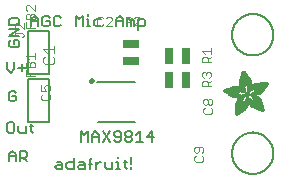
<source format=gbr>
G04 EAGLE Gerber RS-274X export*
G75*
%MOMM*%
%FSLAX34Y34*%
%LPD*%
%INSilkscreen Top*%
%IPPOS*%
%AMOC8*
5,1,8,0,0,1.08239X$1,22.5*%
G01*
%ADD10C,0.127000*%
%ADD11C,0.076200*%
%ADD12R,0.650000X1.400000*%
%ADD13R,1.400000X0.650000*%
%ADD14C,0.203200*%
%ADD15C,0.304800*%
%ADD16C,0.152400*%
%ADD17R,0.006300X0.050800*%
%ADD18R,0.006400X0.082600*%
%ADD19R,0.006300X0.120600*%
%ADD20R,0.006400X0.139700*%
%ADD21R,0.006300X0.158800*%
%ADD22R,0.006400X0.177800*%
%ADD23R,0.006300X0.196800*%
%ADD24R,0.006400X0.215900*%
%ADD25R,0.006300X0.228600*%
%ADD26R,0.006400X0.241300*%
%ADD27R,0.006300X0.254000*%
%ADD28R,0.006400X0.266700*%
%ADD29R,0.006300X0.279400*%
%ADD30R,0.006400X0.285700*%
%ADD31R,0.006300X0.298400*%
%ADD32R,0.006400X0.311200*%
%ADD33R,0.006300X0.317500*%
%ADD34R,0.006400X0.330200*%
%ADD35R,0.006300X0.336600*%
%ADD36R,0.006400X0.349200*%
%ADD37R,0.006300X0.361900*%
%ADD38R,0.006400X0.368300*%
%ADD39R,0.006300X0.381000*%
%ADD40R,0.006400X0.387300*%
%ADD41R,0.006300X0.393700*%
%ADD42R,0.006400X0.406400*%
%ADD43R,0.006300X0.412700*%
%ADD44R,0.006400X0.419100*%
%ADD45R,0.006300X0.431800*%
%ADD46R,0.006400X0.438100*%
%ADD47R,0.006300X0.450800*%
%ADD48R,0.006400X0.457200*%
%ADD49R,0.006300X0.463500*%
%ADD50R,0.006400X0.476200*%
%ADD51R,0.006300X0.482600*%
%ADD52R,0.006400X0.488900*%
%ADD53R,0.006300X0.501600*%
%ADD54R,0.006400X0.508000*%
%ADD55R,0.006300X0.514300*%
%ADD56R,0.006400X0.527000*%
%ADD57R,0.006300X0.533400*%
%ADD58R,0.006400X0.546100*%
%ADD59R,0.006300X0.552400*%
%ADD60R,0.006400X0.558800*%
%ADD61R,0.006300X0.571500*%
%ADD62R,0.006400X0.577800*%
%ADD63R,0.006300X0.584200*%
%ADD64R,0.006400X0.596900*%
%ADD65R,0.006300X0.603200*%
%ADD66R,0.006400X0.609600*%
%ADD67R,0.006300X0.622300*%
%ADD68R,0.006400X0.628600*%
%ADD69R,0.006300X0.641300*%
%ADD70R,0.006400X0.647700*%
%ADD71R,0.006300X0.063500*%
%ADD72R,0.006300X0.654000*%
%ADD73R,0.006400X0.101600*%
%ADD74R,0.006400X0.666700*%
%ADD75R,0.006300X0.139700*%
%ADD76R,0.006300X0.673100*%
%ADD77R,0.006400X0.165100*%
%ADD78R,0.006400X0.679400*%
%ADD79R,0.006300X0.196900*%
%ADD80R,0.006300X0.692100*%
%ADD81R,0.006400X0.222200*%
%ADD82R,0.006400X0.698500*%
%ADD83R,0.006300X0.247700*%
%ADD84R,0.006300X0.704800*%
%ADD85R,0.006400X0.279400*%
%ADD86R,0.006400X0.717500*%
%ADD87R,0.006300X0.298500*%
%ADD88R,0.006300X0.723900*%
%ADD89R,0.006400X0.736600*%
%ADD90R,0.006300X0.342900*%
%ADD91R,0.006300X0.742900*%
%ADD92R,0.006400X0.374700*%
%ADD93R,0.006400X0.749300*%
%ADD94R,0.006300X0.762000*%
%ADD95R,0.006400X0.412700*%
%ADD96R,0.006400X0.768300*%
%ADD97R,0.006300X0.438100*%
%ADD98R,0.006300X0.774700*%
%ADD99R,0.006400X0.463600*%
%ADD100R,0.006400X0.787400*%
%ADD101R,0.006300X0.793700*%
%ADD102R,0.006400X0.495300*%
%ADD103R,0.006400X0.800100*%
%ADD104R,0.006300X0.520700*%
%ADD105R,0.006300X0.812800*%
%ADD106R,0.006400X0.533400*%
%ADD107R,0.006400X0.819100*%
%ADD108R,0.006300X0.558800*%
%ADD109R,0.006300X0.825500*%
%ADD110R,0.006400X0.577900*%
%ADD111R,0.006400X0.831800*%
%ADD112R,0.006300X0.596900*%
%ADD113R,0.006300X0.844500*%
%ADD114R,0.006400X0.616000*%
%ADD115R,0.006400X0.850900*%
%ADD116R,0.006300X0.635000*%
%ADD117R,0.006300X0.857200*%
%ADD118R,0.006400X0.654100*%
%ADD119R,0.006400X0.863600*%
%ADD120R,0.006300X0.666700*%
%ADD121R,0.006300X0.869900*%
%ADD122R,0.006400X0.685800*%
%ADD123R,0.006400X0.876300*%
%ADD124R,0.006300X0.882600*%
%ADD125R,0.006400X0.723900*%
%ADD126R,0.006400X0.889000*%
%ADD127R,0.006300X0.895300*%
%ADD128R,0.006400X0.755700*%
%ADD129R,0.006400X0.901700*%
%ADD130R,0.006300X0.908000*%
%ADD131R,0.006400X0.793800*%
%ADD132R,0.006400X0.914400*%
%ADD133R,0.006300X0.806400*%
%ADD134R,0.006300X0.920700*%
%ADD135R,0.006400X0.825500*%
%ADD136R,0.006400X0.927100*%
%ADD137R,0.006300X0.933400*%
%ADD138R,0.006400X0.857300*%
%ADD139R,0.006400X0.939800*%
%ADD140R,0.006300X0.870000*%
%ADD141R,0.006300X0.939800*%
%ADD142R,0.006400X0.946100*%
%ADD143R,0.006300X0.952500*%
%ADD144R,0.006400X0.908000*%
%ADD145R,0.006400X0.958800*%
%ADD146R,0.006300X0.965200*%
%ADD147R,0.006400X0.965200*%
%ADD148R,0.006300X0.971500*%
%ADD149R,0.006400X0.952500*%
%ADD150R,0.006400X0.977900*%
%ADD151R,0.006300X0.958800*%
%ADD152R,0.006300X0.984200*%
%ADD153R,0.006400X0.971500*%
%ADD154R,0.006400X0.984200*%
%ADD155R,0.006300X0.990600*%
%ADD156R,0.006400X0.984300*%
%ADD157R,0.006400X0.996900*%
%ADD158R,0.006300X0.997000*%
%ADD159R,0.006300X0.996900*%
%ADD160R,0.006400X1.003300*%
%ADD161R,0.006300X1.016000*%
%ADD162R,0.006300X1.009600*%
%ADD163R,0.006400X1.016000*%
%ADD164R,0.006400X1.009600*%
%ADD165R,0.006300X1.022300*%
%ADD166R,0.006400X1.028700*%
%ADD167R,0.006300X1.035100*%
%ADD168R,0.006400X1.047800*%
%ADD169R,0.006300X1.054100*%
%ADD170R,0.006300X1.028700*%
%ADD171R,0.006400X1.054100*%
%ADD172R,0.006400X1.035000*%
%ADD173R,0.006300X1.060400*%
%ADD174R,0.006300X1.035000*%
%ADD175R,0.006400X1.060500*%
%ADD176R,0.006400X1.041400*%
%ADD177R,0.006300X1.066800*%
%ADD178R,0.006300X1.041400*%
%ADD179R,0.006400X1.079500*%
%ADD180R,0.006400X1.047700*%
%ADD181R,0.006300X1.085900*%
%ADD182R,0.006300X1.047700*%
%ADD183R,0.006400X1.085800*%
%ADD184R,0.006300X1.092200*%
%ADD185R,0.006400X1.085900*%
%ADD186R,0.006300X1.098600*%
%ADD187R,0.006400X1.098600*%
%ADD188R,0.006400X1.060400*%
%ADD189R,0.006300X1.104900*%
%ADD190R,0.006400X1.104900*%
%ADD191R,0.006400X1.066800*%
%ADD192R,0.006300X1.111200*%
%ADD193R,0.006400X1.117600*%
%ADD194R,0.006300X1.117600*%
%ADD195R,0.006300X1.073100*%
%ADD196R,0.006400X1.073100*%
%ADD197R,0.006300X1.124000*%
%ADD198R,0.006300X1.079500*%
%ADD199R,0.006400X1.123900*%
%ADD200R,0.006300X1.130300*%
%ADD201R,0.006400X1.130300*%
%ADD202R,0.006400X1.136700*%
%ADD203R,0.006300X1.136700*%
%ADD204R,0.006300X1.085800*%
%ADD205R,0.006400X1.136600*%
%ADD206R,0.006300X1.136600*%
%ADD207R,0.006400X1.143000*%
%ADD208R,0.006300X1.143000*%
%ADD209R,0.006300X1.149400*%
%ADD210R,0.006300X1.149300*%
%ADD211R,0.006400X1.149300*%
%ADD212R,0.006400X1.149400*%
%ADD213R,0.006400X1.155700*%
%ADD214R,0.006300X1.155700*%
%ADD215R,0.006300X1.060500*%
%ADD216R,0.006400X2.197100*%
%ADD217R,0.006300X2.197100*%
%ADD218R,0.006300X2.184400*%
%ADD219R,0.006400X2.184400*%
%ADD220R,0.006400X2.171700*%
%ADD221R,0.006300X2.171700*%
%ADD222R,0.006400X1.530300*%
%ADD223R,0.006300X1.505000*%
%ADD224R,0.006400X1.492300*%
%ADD225R,0.006300X1.485900*%
%ADD226R,0.006300X0.565200*%
%ADD227R,0.006400X1.473200*%
%ADD228R,0.006400X0.565200*%
%ADD229R,0.006300X1.460500*%
%ADD230R,0.006400X1.454100*%
%ADD231R,0.006400X0.552400*%
%ADD232R,0.006300X1.441500*%
%ADD233R,0.006300X0.546100*%
%ADD234R,0.006400X1.435100*%
%ADD235R,0.006400X0.539800*%
%ADD236R,0.006300X1.428800*%
%ADD237R,0.006400X1.422400*%
%ADD238R,0.006300X1.409700*%
%ADD239R,0.006300X0.527100*%
%ADD240R,0.006400X1.403300*%
%ADD241R,0.006400X0.527100*%
%ADD242R,0.006300X1.390700*%
%ADD243R,0.006400X1.384300*%
%ADD244R,0.006400X0.520700*%
%ADD245R,0.006300X1.384300*%
%ADD246R,0.006300X0.514400*%
%ADD247R,0.006400X1.371600*%
%ADD248R,0.006300X1.365200*%
%ADD249R,0.006300X0.508000*%
%ADD250R,0.006400X1.352600*%
%ADD251R,0.006400X0.501700*%
%ADD252R,0.006300X0.711200*%
%ADD253R,0.006300X0.603300*%
%ADD254R,0.006300X0.501700*%
%ADD255R,0.006400X0.692100*%
%ADD256R,0.006400X0.571500*%
%ADD257R,0.006300X0.679400*%
%ADD258R,0.006300X0.495300*%
%ADD259R,0.006400X0.673100*%
%ADD260R,0.006300X0.666800*%
%ADD261R,0.006300X0.488900*%
%ADD262R,0.006400X0.660400*%
%ADD263R,0.006400X0.482600*%
%ADD264R,0.006300X0.476200*%
%ADD265R,0.006400X0.654000*%
%ADD266R,0.006400X0.469900*%
%ADD267R,0.006400X0.476300*%
%ADD268R,0.006300X0.647700*%
%ADD269R,0.006300X0.457200*%
%ADD270R,0.006300X0.469900*%
%ADD271R,0.006400X0.641300*%
%ADD272R,0.006400X0.444500*%
%ADD273R,0.006300X0.463600*%
%ADD274R,0.006400X0.635000*%
%ADD275R,0.006400X0.463500*%
%ADD276R,0.006400X0.393700*%
%ADD277R,0.006400X0.450800*%
%ADD278R,0.006300X0.628600*%
%ADD279R,0.006300X0.387400*%
%ADD280R,0.006300X0.450900*%
%ADD281R,0.006400X0.628700*%
%ADD282R,0.006400X0.374600*%
%ADD283R,0.006300X0.368300*%
%ADD284R,0.006300X0.438200*%
%ADD285R,0.006400X0.622300*%
%ADD286R,0.006400X0.355600*%
%ADD287R,0.006400X0.431800*%
%ADD288R,0.006300X0.349300*%
%ADD289R,0.006300X0.425400*%
%ADD290R,0.006300X0.615900*%
%ADD291R,0.006300X0.330200*%
%ADD292R,0.006300X0.419100*%
%ADD293R,0.006300X0.616000*%
%ADD294R,0.006300X0.311200*%
%ADD295R,0.006300X0.406400*%
%ADD296R,0.006400X0.615900*%
%ADD297R,0.006400X0.304800*%
%ADD298R,0.006400X0.158800*%
%ADD299R,0.006300X0.609600*%
%ADD300R,0.006300X0.292100*%
%ADD301R,0.006300X0.235000*%
%ADD302R,0.006400X0.387400*%
%ADD303R,0.006400X0.292100*%
%ADD304R,0.006300X0.336500*%
%ADD305R,0.006300X0.260400*%
%ADD306R,0.006400X0.603300*%
%ADD307R,0.006400X0.260400*%
%ADD308R,0.006400X0.362000*%
%ADD309R,0.006400X0.450900*%
%ADD310R,0.006300X0.355600*%
%ADD311R,0.006400X0.342900*%
%ADD312R,0.006400X0.514300*%
%ADD313R,0.006300X0.234900*%
%ADD314R,0.006300X0.539700*%
%ADD315R,0.006400X0.603200*%
%ADD316R,0.006400X0.234900*%
%ADD317R,0.006400X0.920700*%
%ADD318R,0.006400X0.958900*%
%ADD319R,0.006300X0.215900*%
%ADD320R,0.006400X0.209600*%
%ADD321R,0.006300X0.203200*%
%ADD322R,0.006300X1.003300*%
%ADD323R,0.006400X0.203200*%
%ADD324R,0.006400X0.196900*%
%ADD325R,0.006300X0.190500*%
%ADD326R,0.006400X0.190500*%
%ADD327R,0.006300X0.184200*%
%ADD328R,0.006400X0.590500*%
%ADD329R,0.006400X0.184200*%
%ADD330R,0.006300X0.590500*%
%ADD331R,0.006300X0.177800*%
%ADD332R,0.006400X0.584200*%
%ADD333R,0.006400X1.168400*%
%ADD334R,0.006300X0.171500*%
%ADD335R,0.006300X1.187500*%
%ADD336R,0.006400X1.200100*%
%ADD337R,0.006300X0.577800*%
%ADD338R,0.006300X1.212900*%
%ADD339R,0.006400X1.231900*%
%ADD340R,0.006300X1.250900*%
%ADD341R,0.006400X0.565100*%
%ADD342R,0.006400X0.184100*%
%ADD343R,0.006400X1.263700*%
%ADD344R,0.006300X0.565100*%
%ADD345R,0.006300X1.289100*%
%ADD346R,0.006400X1.314400*%
%ADD347R,0.006300X0.552500*%
%ADD348R,0.006300X1.568500*%
%ADD349R,0.006400X0.552500*%
%ADD350R,0.006400X1.581200*%
%ADD351R,0.006300X1.593800*%
%ADD352R,0.006400X1.606500*%
%ADD353R,0.006300X1.619300*%
%ADD354R,0.006400X0.514400*%
%ADD355R,0.006400X1.638300*%
%ADD356R,0.006300X1.657300*%
%ADD357R,0.006400X2.209800*%
%ADD358R,0.006300X2.425700*%
%ADD359R,0.006400X2.470100*%
%ADD360R,0.006300X2.501900*%
%ADD361R,0.006400X2.533700*%
%ADD362R,0.006300X2.559000*%
%ADD363R,0.006400X2.584500*%
%ADD364R,0.006300X2.609900*%
%ADD365R,0.006400X2.628900*%
%ADD366R,0.006300X2.660600*%
%ADD367R,0.006400X2.673400*%
%ADD368R,0.006300X1.422400*%
%ADD369R,0.006300X1.200200*%
%ADD370R,0.006300X1.365300*%
%ADD371R,0.006400X1.365300*%
%ADD372R,0.006300X1.352500*%
%ADD373R,0.006300X1.098500*%
%ADD374R,0.006400X1.358900*%
%ADD375R,0.006300X1.352600*%
%ADD376R,0.006300X1.358900*%
%ADD377R,0.006300X1.371600*%
%ADD378R,0.006400X1.377900*%
%ADD379R,0.006400X1.397000*%
%ADD380R,0.006300X1.403300*%
%ADD381R,0.006300X0.914400*%
%ADD382R,0.006300X0.876300*%
%ADD383R,0.006300X0.374600*%
%ADD384R,0.006400X1.073200*%
%ADD385R,0.006300X0.374700*%
%ADD386R,0.006400X0.844600*%
%ADD387R,0.006300X0.844600*%
%ADD388R,0.006400X0.831900*%
%ADD389R,0.006400X1.092200*%
%ADD390R,0.006300X0.400000*%
%ADD391R,0.006400X0.819200*%
%ADD392R,0.006400X1.111300*%
%ADD393R,0.006400X0.812800*%
%ADD394R,0.006300X0.800100*%
%ADD395R,0.006300X0.476300*%
%ADD396R,0.006300X1.181100*%
%ADD397R,0.006400X0.501600*%
%ADD398R,0.006400X1.193800*%
%ADD399R,0.006400X0.781000*%
%ADD400R,0.006400X1.238200*%
%ADD401R,0.006300X0.781100*%
%ADD402R,0.006300X1.257300*%
%ADD403R,0.006400X1.295400*%
%ADD404R,0.006300X1.333500*%
%ADD405R,0.006400X0.774700*%
%ADD406R,0.006400X1.866900*%
%ADD407R,0.006300X0.209600*%
%ADD408R,0.006300X1.866900*%
%ADD409R,0.006400X0.768400*%
%ADD410R,0.006400X0.209500*%
%ADD411R,0.006400X1.860600*%
%ADD412R,0.006400X0.762000*%
%ADD413R,0.006300X0.768400*%
%ADD414R,0.006300X1.860600*%
%ADD415R,0.006400X1.860500*%
%ADD416R,0.006300X0.222300*%
%ADD417R,0.006300X1.854200*%
%ADD418R,0.006400X0.235000*%
%ADD419R,0.006400X1.854200*%
%ADD420R,0.006300X0.768300*%
%ADD421R,0.006400X0.260300*%
%ADD422R,0.006400X1.847800*%
%ADD423R,0.006300X0.266700*%
%ADD424R,0.006300X1.847800*%
%ADD425R,0.006400X0.273100*%
%ADD426R,0.006400X1.841500*%
%ADD427R,0.006300X0.285800*%
%ADD428R,0.006300X1.841500*%
%ADD429R,0.006400X0.298500*%
%ADD430R,0.006400X1.835100*%
%ADD431R,0.006300X0.781000*%
%ADD432R,0.006300X0.304800*%
%ADD433R,0.006300X1.835100*%
%ADD434R,0.006400X0.317500*%
%ADD435R,0.006400X1.828800*%
%ADD436R,0.006300X0.787400*%
%ADD437R,0.006300X0.323800*%
%ADD438R,0.006300X1.828800*%
%ADD439R,0.006400X0.793700*%
%ADD440R,0.006400X1.822400*%
%ADD441R,0.006300X0.806500*%
%ADD442R,0.006300X1.822400*%
%ADD443R,0.006400X1.816100*%
%ADD444R,0.006300X0.819100*%
%ADD445R,0.006300X0.387300*%
%ADD446R,0.006300X1.816100*%
%ADD447R,0.006400X1.809800*%
%ADD448R,0.006300X1.803400*%
%ADD449R,0.006400X1.797000*%
%ADD450R,0.006300X0.901700*%
%ADD451R,0.006300X1.797000*%
%ADD452R,0.006400X1.441400*%
%ADD453R,0.006400X1.790700*%
%ADD454R,0.006300X1.447800*%
%ADD455R,0.006300X1.784300*%
%ADD456R,0.006400X1.447800*%
%ADD457R,0.006400X1.784300*%
%ADD458R,0.006300X1.454100*%
%ADD459R,0.006300X1.771700*%
%ADD460R,0.006400X1.460500*%
%ADD461R,0.006400X1.759000*%
%ADD462R,0.006300X1.466800*%
%ADD463R,0.006300X1.752600*%
%ADD464R,0.006400X1.466800*%
%ADD465R,0.006400X1.739900*%
%ADD466R,0.006300X1.473200*%
%ADD467R,0.006300X1.727200*%
%ADD468R,0.006400X1.479500*%
%ADD469R,0.006400X1.714500*%
%ADD470R,0.006300X1.695400*%
%ADD471R,0.006400X1.485900*%
%ADD472R,0.006400X1.682700*%
%ADD473R,0.006300X1.492200*%
%ADD474R,0.006300X1.663700*%
%ADD475R,0.006400X1.498600*%
%ADD476R,0.006400X1.644600*%
%ADD477R,0.006300X1.498600*%
%ADD478R,0.006300X1.619200*%
%ADD479R,0.006400X1.511300*%
%ADD480R,0.006400X1.600200*%
%ADD481R,0.006300X1.517700*%
%ADD482R,0.006300X1.574800*%
%ADD483R,0.006400X1.524000*%
%ADD484R,0.006400X1.555800*%
%ADD485R,0.006300X1.524000*%
%ADD486R,0.006300X1.536700*%
%ADD487R,0.006400X1.530400*%
%ADD488R,0.006400X1.517700*%
%ADD489R,0.006300X1.492300*%
%ADD490R,0.006400X1.549400*%
%ADD491R,0.006400X1.479600*%
%ADD492R,0.006300X1.549400*%
%ADD493R,0.006400X1.555700*%
%ADD494R,0.006300X1.562100*%
%ADD495R,0.006300X0.323900*%
%ADD496R,0.006400X1.568400*%
%ADD497R,0.006400X0.336600*%
%ADD498R,0.006300X1.587500*%
%ADD499R,0.006300X0.971600*%
%ADD500R,0.006400X0.349300*%
%ADD501R,0.006300X1.600200*%
%ADD502R,0.006300X0.920800*%
%ADD503R,0.006400X0.882700*%
%ADD504R,0.006300X1.612900*%
%ADD505R,0.006300X0.362000*%
%ADD506R,0.006400X1.625600*%
%ADD507R,0.006300X1.625600*%
%ADD508R,0.006300X1.644600*%
%ADD509R,0.006300X0.736600*%
%ADD510R,0.006400X0.717600*%
%ADD511R,0.006300X1.657400*%
%ADD512R,0.006300X0.679500*%
%ADD513R,0.006400X1.663700*%
%ADD514R,0.006400X0.400000*%
%ADD515R,0.006300X1.676400*%
%ADD516R,0.006400X1.676400*%
%ADD517R,0.006400X0.425500*%
%ADD518R,0.006400X1.352500*%
%ADD519R,0.006300X0.444500*%
%ADD520R,0.006400X0.361900*%
%ADD521R,0.006300X0.088900*%
%ADD522R,0.006300X1.009700*%
%ADD523R,0.006400X1.009700*%
%ADD524R,0.006400X1.022300*%
%ADD525R,0.006400X1.346200*%
%ADD526R,0.006300X1.346200*%
%ADD527R,0.006400X1.339900*%
%ADD528R,0.006400X1.035100*%
%ADD529R,0.006300X1.339800*%
%ADD530R,0.006400X1.333500*%
%ADD531R,0.006400X1.327200*%
%ADD532R,0.006300X1.320800*%
%ADD533R,0.006400X1.314500*%
%ADD534R,0.006300X1.314400*%
%ADD535R,0.006400X1.301700*%
%ADD536R,0.006300X1.295400*%
%ADD537R,0.006400X1.289000*%
%ADD538R,0.006300X1.276300*%
%ADD539R,0.006300X1.251000*%
%ADD540R,0.006400X1.244600*%
%ADD541R,0.006300X1.231900*%
%ADD542R,0.006400X1.212800*%
%ADD543R,0.006300X1.200100*%
%ADD544R,0.006400X1.187400*%
%ADD545R,0.006300X1.168400*%
%ADD546R,0.006300X1.047800*%
%ADD547R,0.006300X0.977900*%
%ADD548R,0.006400X0.946200*%
%ADD549R,0.006400X0.933400*%
%ADD550R,0.006400X0.895300*%
%ADD551R,0.006300X0.882700*%
%ADD552R,0.006300X0.863600*%
%ADD553R,0.006400X0.857200*%
%ADD554R,0.006300X0.850900*%
%ADD555R,0.006300X0.838200*%
%ADD556R,0.006400X0.806500*%
%ADD557R,0.006300X0.717600*%
%ADD558R,0.006400X0.711200*%
%ADD559R,0.006400X0.641400*%
%ADD560R,0.006300X0.641400*%
%ADD561R,0.006300X0.628700*%
%ADD562R,0.006300X0.590600*%
%ADD563R,0.006400X0.539700*%
%ADD564R,0.006300X0.285700*%
%ADD565R,0.006300X0.222200*%
%ADD566R,0.006300X0.171400*%
%ADD567R,0.006400X0.152400*%
%ADD568R,0.006300X0.133400*%


D10*
X33237Y71550D02*
X31754Y73033D01*
X28788Y73033D01*
X27305Y71550D01*
X27305Y65618D01*
X28788Y64135D01*
X31754Y64135D01*
X33237Y65618D01*
X33237Y68584D01*
X30271Y68584D01*
X26035Y91231D02*
X26035Y97163D01*
X26035Y91231D02*
X29001Y88265D01*
X31967Y91231D01*
X31967Y97163D01*
X35390Y92714D02*
X41322Y92714D01*
X38356Y95680D02*
X38356Y89748D01*
X30484Y46363D02*
X27518Y46363D01*
X26035Y44880D01*
X26035Y38948D01*
X27518Y37465D01*
X30484Y37465D01*
X31967Y38948D01*
X31967Y44880D01*
X30484Y46363D01*
X35390Y43397D02*
X35390Y38948D01*
X36873Y37465D01*
X41322Y37465D01*
X41322Y43397D01*
X46228Y44880D02*
X46228Y38948D01*
X47711Y37465D01*
X47711Y43397D02*
X44745Y43397D01*
X27297Y114304D02*
X28780Y115787D01*
X27297Y114304D02*
X27297Y111338D01*
X28780Y109855D01*
X34712Y109855D01*
X36195Y111338D01*
X36195Y114304D01*
X34712Y115787D01*
X31746Y115787D01*
X31746Y112821D01*
X36195Y119210D02*
X27297Y119210D01*
X36195Y125142D01*
X27297Y125142D01*
X27297Y128565D02*
X36195Y128565D01*
X36195Y133014D01*
X34712Y134497D01*
X28780Y134497D01*
X27297Y133014D01*
X27297Y128565D01*
X27305Y19267D02*
X27305Y13335D01*
X27305Y19267D02*
X30271Y22233D01*
X33237Y19267D01*
X33237Y13335D01*
X33237Y17784D02*
X27305Y17784D01*
X36660Y13335D02*
X36660Y22233D01*
X41109Y22233D01*
X42592Y20750D01*
X42592Y17784D01*
X41109Y16301D01*
X36660Y16301D01*
X39626Y16301D02*
X42592Y13335D01*
X46355Y127635D02*
X46355Y133567D01*
X49321Y136533D01*
X52287Y133567D01*
X52287Y127635D01*
X52287Y132084D02*
X46355Y132084D01*
X60159Y136533D02*
X61642Y135050D01*
X60159Y136533D02*
X57193Y136533D01*
X55710Y135050D01*
X55710Y129118D01*
X57193Y127635D01*
X60159Y127635D01*
X61642Y129118D01*
X61642Y132084D01*
X58676Y132084D01*
X69514Y136533D02*
X70997Y135050D01*
X69514Y136533D02*
X66548Y136533D01*
X65065Y135050D01*
X65065Y129118D01*
X66548Y127635D01*
X69514Y127635D01*
X70997Y129118D01*
X83776Y127635D02*
X83776Y136533D01*
X86742Y133567D01*
X89707Y136533D01*
X89707Y127635D01*
X93131Y133567D02*
X94614Y133567D01*
X94614Y127635D01*
X93131Y127635D02*
X96097Y127635D01*
X94614Y136533D02*
X94614Y138016D01*
X100851Y133567D02*
X105299Y133567D01*
X100851Y133567D02*
X99368Y132084D01*
X99368Y129118D01*
X100851Y127635D01*
X105299Y127635D01*
X118078Y127635D02*
X118078Y133567D01*
X121044Y136533D01*
X124010Y133567D01*
X124010Y127635D01*
X124010Y132084D02*
X118078Y132084D01*
X127433Y133567D02*
X127433Y127635D01*
X127433Y133567D02*
X128916Y133567D01*
X130399Y132084D01*
X130399Y127635D01*
X130399Y132084D02*
X131882Y133567D01*
X133365Y132084D01*
X133365Y127635D01*
X136788Y124669D02*
X136788Y133567D01*
X141237Y133567D01*
X142720Y132084D01*
X142720Y129118D01*
X141237Y127635D01*
X136788Y127635D01*
X88265Y38743D02*
X88265Y29845D01*
X91231Y35777D02*
X88265Y38743D01*
X91231Y35777D02*
X94197Y38743D01*
X94197Y29845D01*
X97620Y29845D02*
X97620Y35777D01*
X100586Y38743D01*
X103552Y35777D01*
X103552Y29845D01*
X103552Y34294D02*
X97620Y34294D01*
X106975Y38743D02*
X112907Y29845D01*
X106975Y29845D02*
X112907Y38743D01*
X116331Y31328D02*
X117813Y29845D01*
X120779Y29845D01*
X122262Y31328D01*
X122262Y37260D01*
X120779Y38743D01*
X117813Y38743D01*
X116331Y37260D01*
X116331Y35777D01*
X117813Y34294D01*
X122262Y34294D01*
X125686Y37260D02*
X127169Y38743D01*
X130135Y38743D01*
X131617Y37260D01*
X131617Y35777D01*
X130135Y34294D01*
X131617Y32811D01*
X131617Y31328D01*
X130135Y29845D01*
X127169Y29845D01*
X125686Y31328D01*
X125686Y32811D01*
X127169Y34294D01*
X125686Y35777D01*
X125686Y37260D01*
X127169Y34294D02*
X130135Y34294D01*
X135041Y35777D02*
X138007Y38743D01*
X138007Y29845D01*
X135041Y29845D02*
X140973Y29845D01*
X148845Y29845D02*
X148845Y38743D01*
X144396Y34294D01*
X150328Y34294D01*
X71124Y12917D02*
X68158Y12917D01*
X71124Y12917D02*
X72607Y11434D01*
X72607Y6985D01*
X68158Y6985D01*
X66675Y8468D01*
X68158Y9951D01*
X72607Y9951D01*
X81962Y6985D02*
X81962Y15883D01*
X81962Y6985D02*
X77513Y6985D01*
X76030Y8468D01*
X76030Y11434D01*
X77513Y12917D01*
X81962Y12917D01*
X86868Y12917D02*
X89834Y12917D01*
X91317Y11434D01*
X91317Y6985D01*
X86868Y6985D01*
X85385Y8468D01*
X86868Y9951D01*
X91317Y9951D01*
X96223Y6985D02*
X96223Y14400D01*
X97706Y15883D01*
X97706Y11434D02*
X94741Y11434D01*
X100977Y12917D02*
X100977Y6985D01*
X100977Y9951D02*
X103943Y12917D01*
X105426Y12917D01*
X108773Y12917D02*
X108773Y8468D01*
X110256Y6985D01*
X114705Y6985D01*
X114705Y12917D01*
X118129Y12917D02*
X119611Y12917D01*
X119611Y6985D01*
X118129Y6985D02*
X121094Y6985D01*
X119611Y15883D02*
X119611Y17366D01*
X125848Y14400D02*
X125848Y8468D01*
X127331Y6985D01*
X127331Y12917D02*
X124365Y12917D01*
X130602Y8468D02*
X130602Y6985D01*
X130602Y11434D02*
X130602Y17366D01*
D11*
X184385Y16879D02*
X185613Y18108D01*
X184385Y16879D02*
X184385Y14421D01*
X185613Y13193D01*
X190528Y13193D01*
X191757Y14421D01*
X191757Y16879D01*
X190528Y18108D01*
X190528Y20677D02*
X191757Y21906D01*
X191757Y24363D01*
X190528Y25592D01*
X185613Y25592D01*
X184385Y24363D01*
X184385Y21906D01*
X185613Y20677D01*
X186842Y20677D01*
X188071Y21906D01*
X188071Y25592D01*
D12*
X162866Y82535D03*
X177598Y82535D03*
D11*
X190875Y76853D02*
X198247Y76853D01*
X190875Y76853D02*
X190875Y80539D01*
X192103Y81768D01*
X194561Y81768D01*
X195790Y80539D01*
X195790Y76853D01*
X195790Y79310D02*
X198247Y81768D01*
X192103Y84337D02*
X190875Y85566D01*
X190875Y88023D01*
X192103Y89252D01*
X193332Y89252D01*
X194561Y88023D01*
X194561Y86794D01*
X194561Y88023D02*
X195790Y89252D01*
X197018Y89252D01*
X198247Y88023D01*
X198247Y85566D01*
X197018Y84337D01*
D13*
X130825Y98096D03*
X130825Y112828D03*
D11*
X126111Y128651D02*
X126111Y136023D01*
X129797Y136023D01*
X131026Y134795D01*
X131026Y132337D01*
X129797Y131108D01*
X126111Y131108D01*
X128568Y131108D02*
X131026Y128651D01*
X133595Y128651D02*
X138510Y128651D01*
X133595Y128651D02*
X138510Y133566D01*
X138510Y134795D01*
X137281Y136023D01*
X134824Y136023D01*
X133595Y134795D01*
D12*
X177494Y102885D03*
X162762Y102885D03*
D11*
X190875Y97173D02*
X198247Y97173D01*
X190875Y97173D02*
X190875Y100859D01*
X192103Y102088D01*
X194561Y102088D01*
X195790Y100859D01*
X195790Y97173D01*
X195790Y99630D02*
X198247Y102088D01*
X193332Y104657D02*
X190875Y107114D01*
X198247Y107114D01*
X198247Y104657D02*
X198247Y109572D01*
D14*
X134110Y80250D02*
X102110Y80250D01*
X102360Y46750D02*
X134110Y46750D01*
D15*
X96968Y81280D02*
X96970Y81328D01*
X96976Y81375D01*
X96986Y81421D01*
X97000Y81467D01*
X97017Y81511D01*
X97038Y81554D01*
X97063Y81594D01*
X97091Y81633D01*
X97122Y81669D01*
X97156Y81702D01*
X97193Y81732D01*
X97232Y81760D01*
X97273Y81783D01*
X97316Y81804D01*
X97360Y81820D01*
X97406Y81833D01*
X97453Y81842D01*
X97500Y81847D01*
X97548Y81848D01*
X97595Y81845D01*
X97642Y81838D01*
X97689Y81827D01*
X97734Y81812D01*
X97778Y81794D01*
X97820Y81772D01*
X97860Y81746D01*
X97898Y81718D01*
X97933Y81686D01*
X97966Y81651D01*
X97996Y81614D01*
X98022Y81574D01*
X98045Y81533D01*
X98064Y81489D01*
X98080Y81444D01*
X98092Y81398D01*
X98100Y81351D01*
X98104Y81304D01*
X98104Y81256D01*
X98100Y81209D01*
X98092Y81162D01*
X98080Y81116D01*
X98064Y81071D01*
X98045Y81027D01*
X98022Y80986D01*
X97996Y80946D01*
X97966Y80909D01*
X97933Y80874D01*
X97898Y80842D01*
X97860Y80814D01*
X97820Y80788D01*
X97778Y80766D01*
X97734Y80748D01*
X97689Y80733D01*
X97642Y80722D01*
X97595Y80715D01*
X97548Y80712D01*
X97500Y80713D01*
X97453Y80718D01*
X97406Y80727D01*
X97360Y80740D01*
X97316Y80756D01*
X97273Y80777D01*
X97232Y80800D01*
X97193Y80828D01*
X97156Y80858D01*
X97122Y80891D01*
X97091Y80927D01*
X97063Y80966D01*
X97038Y81006D01*
X97017Y81049D01*
X97000Y81093D01*
X96986Y81139D01*
X96976Y81185D01*
X96970Y81232D01*
X96968Y81280D01*
D11*
X192005Y57519D02*
X193233Y58748D01*
X192005Y57519D02*
X192005Y55061D01*
X193233Y53833D01*
X198148Y53833D01*
X199377Y55061D01*
X199377Y57519D01*
X198148Y58748D01*
X193233Y61317D02*
X192005Y62546D01*
X192005Y65003D01*
X193233Y66232D01*
X194462Y66232D01*
X195691Y65003D01*
X196920Y66232D01*
X198148Y66232D01*
X199377Y65003D01*
X199377Y62546D01*
X198148Y61317D01*
X196920Y61317D01*
X195691Y62546D01*
X194462Y61317D01*
X193233Y61317D01*
X195691Y62546D02*
X195691Y65003D01*
X107008Y134427D02*
X105779Y135655D01*
X103321Y135655D01*
X102093Y134427D01*
X102093Y129512D01*
X103321Y128283D01*
X105779Y128283D01*
X107008Y129512D01*
X109577Y128283D02*
X114492Y128283D01*
X109577Y128283D02*
X114492Y133198D01*
X114492Y134427D01*
X113263Y135655D01*
X110806Y135655D01*
X109577Y134427D01*
X56073Y70178D02*
X54845Y68949D01*
X54845Y66491D01*
X56073Y65263D01*
X60988Y65263D01*
X62217Y66491D01*
X62217Y68949D01*
X60988Y70178D01*
X54845Y72747D02*
X54845Y77662D01*
X54845Y72747D02*
X58531Y72747D01*
X57302Y75204D01*
X57302Y76433D01*
X58531Y77662D01*
X60988Y77662D01*
X62217Y76433D01*
X62217Y73976D01*
X60988Y72747D01*
X56393Y100494D02*
X57961Y102062D01*
X56393Y100494D02*
X56393Y97359D01*
X57961Y95791D01*
X64231Y95791D01*
X65799Y97359D01*
X65799Y100494D01*
X64231Y102062D01*
X59528Y105146D02*
X56393Y108282D01*
X65799Y108282D01*
X65799Y111417D02*
X65799Y105146D01*
D10*
X61070Y82770D02*
X43070Y82770D01*
X61070Y82770D02*
X61070Y46770D01*
X43070Y46770D01*
X43070Y82770D01*
D11*
X41777Y85471D02*
X49149Y85471D01*
X41777Y85471D02*
X41777Y90386D01*
X45463Y87928D02*
X45463Y85471D01*
X49149Y92955D02*
X41777Y92955D01*
X41777Y96641D01*
X43005Y97870D01*
X44234Y97870D01*
X45463Y96641D01*
X46692Y97870D01*
X47920Y97870D01*
X49149Y96641D01*
X49149Y92955D01*
X45463Y92955D02*
X45463Y96641D01*
X44234Y100439D02*
X41777Y102897D01*
X49149Y102897D01*
X49149Y105354D02*
X49149Y100439D01*
D10*
X43070Y123410D02*
X61070Y123410D01*
X61070Y87410D01*
X43070Y87410D01*
X43070Y123410D01*
D11*
X41777Y126111D02*
X49149Y126111D01*
X41777Y126111D02*
X41777Y131026D01*
X45463Y128568D02*
X45463Y126111D01*
X49149Y133595D02*
X41777Y133595D01*
X41777Y137281D01*
X43005Y138510D01*
X44234Y138510D01*
X45463Y137281D01*
X46692Y138510D01*
X47920Y138510D01*
X49149Y137281D01*
X49149Y133595D01*
X45463Y133595D02*
X45463Y137281D01*
X49149Y141079D02*
X49149Y145994D01*
X49149Y141079D02*
X44234Y145994D01*
X43005Y145994D01*
X41777Y144765D01*
X41777Y142308D01*
X43005Y141079D01*
D16*
X216180Y120650D02*
X216185Y121079D01*
X216201Y121509D01*
X216227Y121937D01*
X216264Y122365D01*
X216312Y122792D01*
X216369Y123218D01*
X216438Y123642D01*
X216516Y124064D01*
X216605Y124484D01*
X216704Y124902D01*
X216814Y125317D01*
X216934Y125730D01*
X217063Y126139D01*
X217203Y126546D01*
X217353Y126948D01*
X217512Y127347D01*
X217681Y127742D01*
X217860Y128132D01*
X218049Y128518D01*
X218246Y128899D01*
X218453Y129276D01*
X218670Y129647D01*
X218895Y130012D01*
X219129Y130372D01*
X219372Y130727D01*
X219624Y131075D01*
X219884Y131417D01*
X220152Y131752D01*
X220429Y132081D01*
X220713Y132402D01*
X221006Y132717D01*
X221306Y133024D01*
X221613Y133324D01*
X221928Y133617D01*
X222249Y133901D01*
X222578Y134178D01*
X222913Y134446D01*
X223255Y134706D01*
X223603Y134958D01*
X223958Y135201D01*
X224318Y135435D01*
X224683Y135660D01*
X225054Y135877D01*
X225431Y136084D01*
X225812Y136281D01*
X226198Y136470D01*
X226588Y136649D01*
X226983Y136818D01*
X227382Y136977D01*
X227784Y137127D01*
X228191Y137267D01*
X228600Y137396D01*
X229013Y137516D01*
X229428Y137626D01*
X229846Y137725D01*
X230266Y137814D01*
X230688Y137892D01*
X231112Y137961D01*
X231538Y138018D01*
X231965Y138066D01*
X232393Y138103D01*
X232821Y138129D01*
X233251Y138145D01*
X233680Y138150D01*
X234109Y138145D01*
X234539Y138129D01*
X234967Y138103D01*
X235395Y138066D01*
X235822Y138018D01*
X236248Y137961D01*
X236672Y137892D01*
X237094Y137814D01*
X237514Y137725D01*
X237932Y137626D01*
X238347Y137516D01*
X238760Y137396D01*
X239169Y137267D01*
X239576Y137127D01*
X239978Y136977D01*
X240377Y136818D01*
X240772Y136649D01*
X241162Y136470D01*
X241548Y136281D01*
X241929Y136084D01*
X242306Y135877D01*
X242677Y135660D01*
X243042Y135435D01*
X243402Y135201D01*
X243757Y134958D01*
X244105Y134706D01*
X244447Y134446D01*
X244782Y134178D01*
X245111Y133901D01*
X245432Y133617D01*
X245747Y133324D01*
X246054Y133024D01*
X246354Y132717D01*
X246647Y132402D01*
X246931Y132081D01*
X247208Y131752D01*
X247476Y131417D01*
X247736Y131075D01*
X247988Y130727D01*
X248231Y130372D01*
X248465Y130012D01*
X248690Y129647D01*
X248907Y129276D01*
X249114Y128899D01*
X249311Y128518D01*
X249500Y128132D01*
X249679Y127742D01*
X249848Y127347D01*
X250007Y126948D01*
X250157Y126546D01*
X250297Y126139D01*
X250426Y125730D01*
X250546Y125317D01*
X250656Y124902D01*
X250755Y124484D01*
X250844Y124064D01*
X250922Y123642D01*
X250991Y123218D01*
X251048Y122792D01*
X251096Y122365D01*
X251133Y121937D01*
X251159Y121509D01*
X251175Y121079D01*
X251180Y120650D01*
X251175Y120221D01*
X251159Y119791D01*
X251133Y119363D01*
X251096Y118935D01*
X251048Y118508D01*
X250991Y118082D01*
X250922Y117658D01*
X250844Y117236D01*
X250755Y116816D01*
X250656Y116398D01*
X250546Y115983D01*
X250426Y115570D01*
X250297Y115161D01*
X250157Y114754D01*
X250007Y114352D01*
X249848Y113953D01*
X249679Y113558D01*
X249500Y113168D01*
X249311Y112782D01*
X249114Y112401D01*
X248907Y112024D01*
X248690Y111653D01*
X248465Y111288D01*
X248231Y110928D01*
X247988Y110573D01*
X247736Y110225D01*
X247476Y109883D01*
X247208Y109548D01*
X246931Y109219D01*
X246647Y108898D01*
X246354Y108583D01*
X246054Y108276D01*
X245747Y107976D01*
X245432Y107683D01*
X245111Y107399D01*
X244782Y107122D01*
X244447Y106854D01*
X244105Y106594D01*
X243757Y106342D01*
X243402Y106099D01*
X243042Y105865D01*
X242677Y105640D01*
X242306Y105423D01*
X241929Y105216D01*
X241548Y105019D01*
X241162Y104830D01*
X240772Y104651D01*
X240377Y104482D01*
X239978Y104323D01*
X239576Y104173D01*
X239169Y104033D01*
X238760Y103904D01*
X238347Y103784D01*
X237932Y103674D01*
X237514Y103575D01*
X237094Y103486D01*
X236672Y103408D01*
X236248Y103339D01*
X235822Y103282D01*
X235395Y103234D01*
X234967Y103197D01*
X234539Y103171D01*
X234109Y103155D01*
X233680Y103150D01*
X233251Y103155D01*
X232821Y103171D01*
X232393Y103197D01*
X231965Y103234D01*
X231538Y103282D01*
X231112Y103339D01*
X230688Y103408D01*
X230266Y103486D01*
X229846Y103575D01*
X229428Y103674D01*
X229013Y103784D01*
X228600Y103904D01*
X228191Y104033D01*
X227784Y104173D01*
X227382Y104323D01*
X226983Y104482D01*
X226588Y104651D01*
X226198Y104830D01*
X225812Y105019D01*
X225431Y105216D01*
X225054Y105423D01*
X224683Y105640D01*
X224318Y105865D01*
X223958Y106099D01*
X223603Y106342D01*
X223255Y106594D01*
X222913Y106854D01*
X222578Y107122D01*
X222249Y107399D01*
X221928Y107683D01*
X221613Y107976D01*
X221306Y108276D01*
X221006Y108583D01*
X220713Y108898D01*
X220429Y109219D01*
X220152Y109548D01*
X219884Y109883D01*
X219624Y110225D01*
X219372Y110573D01*
X219129Y110928D01*
X218895Y111288D01*
X218670Y111653D01*
X218453Y112024D01*
X218246Y112401D01*
X218049Y112782D01*
X217860Y113168D01*
X217681Y113558D01*
X217512Y113953D01*
X217353Y114352D01*
X217203Y114754D01*
X217063Y115161D01*
X216934Y115570D01*
X216814Y115983D01*
X216704Y116398D01*
X216605Y116816D01*
X216516Y117236D01*
X216438Y117658D01*
X216369Y118082D01*
X216312Y118508D01*
X216264Y118935D01*
X216227Y119363D01*
X216201Y119791D01*
X216185Y120221D01*
X216180Y120650D01*
X216180Y20320D02*
X216185Y20749D01*
X216201Y21179D01*
X216227Y21607D01*
X216264Y22035D01*
X216312Y22462D01*
X216369Y22888D01*
X216438Y23312D01*
X216516Y23734D01*
X216605Y24154D01*
X216704Y24572D01*
X216814Y24987D01*
X216934Y25400D01*
X217063Y25809D01*
X217203Y26216D01*
X217353Y26618D01*
X217512Y27017D01*
X217681Y27412D01*
X217860Y27802D01*
X218049Y28188D01*
X218246Y28569D01*
X218453Y28946D01*
X218670Y29317D01*
X218895Y29682D01*
X219129Y30042D01*
X219372Y30397D01*
X219624Y30745D01*
X219884Y31087D01*
X220152Y31422D01*
X220429Y31751D01*
X220713Y32072D01*
X221006Y32387D01*
X221306Y32694D01*
X221613Y32994D01*
X221928Y33287D01*
X222249Y33571D01*
X222578Y33848D01*
X222913Y34116D01*
X223255Y34376D01*
X223603Y34628D01*
X223958Y34871D01*
X224318Y35105D01*
X224683Y35330D01*
X225054Y35547D01*
X225431Y35754D01*
X225812Y35951D01*
X226198Y36140D01*
X226588Y36319D01*
X226983Y36488D01*
X227382Y36647D01*
X227784Y36797D01*
X228191Y36937D01*
X228600Y37066D01*
X229013Y37186D01*
X229428Y37296D01*
X229846Y37395D01*
X230266Y37484D01*
X230688Y37562D01*
X231112Y37631D01*
X231538Y37688D01*
X231965Y37736D01*
X232393Y37773D01*
X232821Y37799D01*
X233251Y37815D01*
X233680Y37820D01*
X234109Y37815D01*
X234539Y37799D01*
X234967Y37773D01*
X235395Y37736D01*
X235822Y37688D01*
X236248Y37631D01*
X236672Y37562D01*
X237094Y37484D01*
X237514Y37395D01*
X237932Y37296D01*
X238347Y37186D01*
X238760Y37066D01*
X239169Y36937D01*
X239576Y36797D01*
X239978Y36647D01*
X240377Y36488D01*
X240772Y36319D01*
X241162Y36140D01*
X241548Y35951D01*
X241929Y35754D01*
X242306Y35547D01*
X242677Y35330D01*
X243042Y35105D01*
X243402Y34871D01*
X243757Y34628D01*
X244105Y34376D01*
X244447Y34116D01*
X244782Y33848D01*
X245111Y33571D01*
X245432Y33287D01*
X245747Y32994D01*
X246054Y32694D01*
X246354Y32387D01*
X246647Y32072D01*
X246931Y31751D01*
X247208Y31422D01*
X247476Y31087D01*
X247736Y30745D01*
X247988Y30397D01*
X248231Y30042D01*
X248465Y29682D01*
X248690Y29317D01*
X248907Y28946D01*
X249114Y28569D01*
X249311Y28188D01*
X249500Y27802D01*
X249679Y27412D01*
X249848Y27017D01*
X250007Y26618D01*
X250157Y26216D01*
X250297Y25809D01*
X250426Y25400D01*
X250546Y24987D01*
X250656Y24572D01*
X250755Y24154D01*
X250844Y23734D01*
X250922Y23312D01*
X250991Y22888D01*
X251048Y22462D01*
X251096Y22035D01*
X251133Y21607D01*
X251159Y21179D01*
X251175Y20749D01*
X251180Y20320D01*
X251175Y19891D01*
X251159Y19461D01*
X251133Y19033D01*
X251096Y18605D01*
X251048Y18178D01*
X250991Y17752D01*
X250922Y17328D01*
X250844Y16906D01*
X250755Y16486D01*
X250656Y16068D01*
X250546Y15653D01*
X250426Y15240D01*
X250297Y14831D01*
X250157Y14424D01*
X250007Y14022D01*
X249848Y13623D01*
X249679Y13228D01*
X249500Y12838D01*
X249311Y12452D01*
X249114Y12071D01*
X248907Y11694D01*
X248690Y11323D01*
X248465Y10958D01*
X248231Y10598D01*
X247988Y10243D01*
X247736Y9895D01*
X247476Y9553D01*
X247208Y9218D01*
X246931Y8889D01*
X246647Y8568D01*
X246354Y8253D01*
X246054Y7946D01*
X245747Y7646D01*
X245432Y7353D01*
X245111Y7069D01*
X244782Y6792D01*
X244447Y6524D01*
X244105Y6264D01*
X243757Y6012D01*
X243402Y5769D01*
X243042Y5535D01*
X242677Y5310D01*
X242306Y5093D01*
X241929Y4886D01*
X241548Y4689D01*
X241162Y4500D01*
X240772Y4321D01*
X240377Y4152D01*
X239978Y3993D01*
X239576Y3843D01*
X239169Y3703D01*
X238760Y3574D01*
X238347Y3454D01*
X237932Y3344D01*
X237514Y3245D01*
X237094Y3156D01*
X236672Y3078D01*
X236248Y3009D01*
X235822Y2952D01*
X235395Y2904D01*
X234967Y2867D01*
X234539Y2841D01*
X234109Y2825D01*
X233680Y2820D01*
X233251Y2825D01*
X232821Y2841D01*
X232393Y2867D01*
X231965Y2904D01*
X231538Y2952D01*
X231112Y3009D01*
X230688Y3078D01*
X230266Y3156D01*
X229846Y3245D01*
X229428Y3344D01*
X229013Y3454D01*
X228600Y3574D01*
X228191Y3703D01*
X227784Y3843D01*
X227382Y3993D01*
X226983Y4152D01*
X226588Y4321D01*
X226198Y4500D01*
X225812Y4689D01*
X225431Y4886D01*
X225054Y5093D01*
X224683Y5310D01*
X224318Y5535D01*
X223958Y5769D01*
X223603Y6012D01*
X223255Y6264D01*
X222913Y6524D01*
X222578Y6792D01*
X222249Y7069D01*
X221928Y7353D01*
X221613Y7646D01*
X221306Y7946D01*
X221006Y8253D01*
X220713Y8568D01*
X220429Y8889D01*
X220152Y9218D01*
X219884Y9553D01*
X219624Y9895D01*
X219372Y10243D01*
X219129Y10598D01*
X218895Y10958D01*
X218670Y11323D01*
X218453Y11694D01*
X218246Y12071D01*
X218049Y12452D01*
X217860Y12838D01*
X217681Y13228D01*
X217512Y13623D01*
X217353Y14022D01*
X217203Y14424D01*
X217063Y14831D01*
X216934Y15240D01*
X216814Y15653D01*
X216704Y16068D01*
X216605Y16486D01*
X216516Y16906D01*
X216438Y17328D01*
X216369Y17752D01*
X216312Y18178D01*
X216264Y18605D01*
X216227Y19033D01*
X216201Y19461D01*
X216185Y19891D01*
X216180Y20320D01*
D11*
X40005Y119483D02*
X38776Y118255D01*
X40005Y119483D02*
X40005Y120712D01*
X38776Y121941D01*
X32633Y121941D01*
X32633Y120712D02*
X32633Y123170D01*
X40005Y125739D02*
X40005Y130654D01*
X40005Y125739D02*
X35090Y130654D01*
X33861Y130654D01*
X32633Y129425D01*
X32633Y126968D01*
X33861Y125739D01*
D17*
X247460Y78708D03*
D18*
X247396Y78740D03*
D19*
X247333Y78740D03*
D20*
X247269Y78709D03*
D21*
X247206Y78740D03*
D22*
X247142Y78708D03*
D23*
X247079Y78740D03*
D24*
X247015Y78709D03*
D25*
X246952Y78708D03*
D26*
X246888Y78645D03*
D27*
X246825Y78645D03*
D28*
X246761Y78582D03*
D29*
X246698Y78581D03*
D30*
X246634Y78550D03*
D31*
X246571Y78486D03*
D32*
X246507Y78486D03*
D33*
X246444Y78455D03*
D34*
X246380Y78391D03*
D35*
X246317Y78359D03*
D36*
X246253Y78359D03*
D37*
X246190Y78296D03*
D38*
X246126Y78264D03*
D39*
X246063Y78200D03*
D40*
X245999Y78169D03*
D41*
X245936Y78137D03*
D42*
X245872Y78073D03*
D43*
X245809Y78042D03*
D44*
X245745Y78010D03*
D45*
X245682Y77946D03*
D46*
X245618Y77915D03*
D47*
X245555Y77851D03*
D48*
X245491Y77819D03*
D49*
X245428Y77788D03*
D50*
X245364Y77724D03*
D51*
X245301Y77692D03*
D52*
X245237Y77661D03*
D53*
X245174Y77597D03*
D54*
X245110Y77565D03*
D55*
X245047Y77534D03*
D56*
X244983Y77470D03*
D57*
X244920Y77438D03*
D58*
X244856Y77375D03*
D59*
X244793Y77343D03*
D60*
X244729Y77311D03*
D61*
X244666Y77248D03*
D62*
X244602Y77216D03*
D63*
X244539Y77184D03*
D64*
X244475Y77121D03*
D65*
X244412Y77089D03*
D66*
X244348Y77057D03*
D67*
X244285Y76994D03*
D68*
X244221Y76962D03*
D69*
X244158Y76899D03*
D70*
X244094Y76867D03*
D71*
X244031Y57055D03*
D72*
X244031Y76835D03*
D73*
X243967Y57055D03*
D74*
X243967Y76772D03*
D75*
X243904Y57119D03*
D76*
X243904Y76740D03*
D77*
X243840Y57182D03*
D78*
X243840Y76708D03*
D79*
X243777Y57214D03*
D80*
X243777Y76645D03*
D81*
X243713Y57277D03*
D82*
X243713Y76613D03*
D83*
X243650Y57341D03*
D84*
X243650Y76581D03*
D85*
X243586Y57436D03*
D86*
X243586Y76518D03*
D87*
X243523Y57468D03*
D88*
X243523Y76486D03*
D34*
X243459Y57563D03*
D89*
X243459Y76422D03*
D90*
X243396Y57627D03*
D91*
X243396Y76391D03*
D92*
X243332Y57722D03*
D93*
X243332Y76359D03*
D41*
X243269Y57817D03*
D94*
X243269Y76295D03*
D95*
X243205Y57849D03*
D96*
X243205Y76264D03*
D97*
X243142Y57976D03*
D98*
X243142Y76232D03*
D99*
X243078Y58039D03*
D100*
X243078Y76168D03*
D51*
X243015Y58134D03*
D101*
X243015Y76137D03*
D102*
X242951Y58198D03*
D103*
X242951Y76105D03*
D104*
X242888Y58325D03*
D105*
X242888Y76041D03*
D106*
X242824Y58388D03*
D107*
X242824Y76010D03*
D108*
X242761Y58515D03*
D109*
X242761Y75978D03*
D110*
X242697Y58611D03*
D111*
X242697Y75946D03*
D112*
X242634Y58706D03*
D113*
X242634Y75883D03*
D114*
X242570Y58801D03*
D115*
X242570Y75851D03*
D116*
X242507Y58896D03*
D117*
X242507Y75819D03*
D118*
X242443Y58992D03*
D119*
X242443Y75787D03*
D120*
X242380Y59119D03*
D121*
X242380Y75756D03*
D122*
X242316Y59214D03*
D123*
X242316Y75724D03*
D84*
X242253Y59309D03*
D124*
X242253Y75692D03*
D125*
X242189Y59405D03*
D126*
X242189Y75660D03*
D91*
X242126Y59500D03*
D127*
X242126Y75629D03*
D128*
X242062Y59627D03*
D129*
X242062Y75597D03*
D98*
X241999Y59722D03*
D130*
X241999Y75565D03*
D131*
X241935Y59817D03*
D132*
X241935Y75533D03*
D133*
X241872Y59944D03*
D134*
X241872Y75502D03*
D135*
X241808Y60040D03*
D136*
X241808Y75470D03*
D113*
X241745Y60135D03*
D137*
X241745Y75438D03*
D138*
X241681Y60262D03*
D139*
X241681Y75406D03*
D140*
X241618Y60325D03*
D141*
X241618Y75406D03*
D126*
X241554Y60420D03*
D142*
X241554Y75375D03*
D127*
X241491Y60516D03*
D143*
X241491Y75343D03*
D144*
X241427Y60579D03*
D145*
X241427Y75311D03*
D134*
X241364Y60643D03*
D146*
X241364Y75279D03*
D136*
X241300Y60738D03*
D147*
X241300Y75279D03*
D141*
X241237Y60801D03*
D148*
X241237Y75248D03*
D149*
X241173Y60865D03*
D150*
X241173Y75216D03*
D151*
X241110Y60960D03*
D152*
X241110Y75184D03*
D153*
X241046Y61024D03*
D154*
X241046Y75184D03*
D152*
X240983Y61087D03*
D155*
X240983Y75152D03*
D156*
X240919Y61151D03*
D157*
X240919Y75121D03*
D158*
X240856Y61214D03*
D159*
X240856Y75121D03*
D160*
X240792Y61246D03*
X240792Y75089D03*
D161*
X240729Y61309D03*
D162*
X240729Y75057D03*
D163*
X240665Y61373D03*
D164*
X240665Y75057D03*
D165*
X240602Y61405D03*
D161*
X240602Y75025D03*
D166*
X240538Y61500D03*
D163*
X240538Y75025D03*
D167*
X240475Y61532D03*
D165*
X240475Y74994D03*
D168*
X240411Y61595D03*
D166*
X240411Y74962D03*
D169*
X240348Y61627D03*
D170*
X240348Y74962D03*
D171*
X240284Y61691D03*
D172*
X240284Y74930D03*
D173*
X240221Y61722D03*
D174*
X240221Y74930D03*
D175*
X240157Y61786D03*
D176*
X240157Y74898D03*
D177*
X240094Y61817D03*
D178*
X240094Y74898D03*
D179*
X240030Y61881D03*
D180*
X240030Y74867D03*
D181*
X239967Y61913D03*
D182*
X239967Y74867D03*
D183*
X239903Y61976D03*
D171*
X239903Y74835D03*
D184*
X239840Y62008D03*
D169*
X239840Y74835D03*
D185*
X239776Y62040D03*
D171*
X239776Y74835D03*
D186*
X239713Y62103D03*
D173*
X239713Y74803D03*
D187*
X239649Y62103D03*
D188*
X239649Y74803D03*
D189*
X239586Y62135D03*
D177*
X239586Y74771D03*
D190*
X239522Y62199D03*
D191*
X239522Y74771D03*
D192*
X239459Y62230D03*
D177*
X239459Y74771D03*
D193*
X239395Y62262D03*
D191*
X239395Y74771D03*
D194*
X239332Y62325D03*
D195*
X239332Y74740D03*
D193*
X239268Y62325D03*
D196*
X239268Y74740D03*
D197*
X239205Y62357D03*
D198*
X239205Y74708D03*
D199*
X239141Y62421D03*
D179*
X239141Y74708D03*
D200*
X239078Y62453D03*
D198*
X239078Y74708D03*
D201*
X239014Y62453D03*
D179*
X239014Y74708D03*
D200*
X238951Y62516D03*
D198*
X238951Y74708D03*
D202*
X238887Y62548D03*
D183*
X238887Y74676D03*
D203*
X238824Y62548D03*
D204*
X238824Y74676D03*
D205*
X238760Y62611D03*
D179*
X238760Y74645D03*
D206*
X238697Y62611D03*
D198*
X238697Y74645D03*
D207*
X238633Y62643D03*
D185*
X238633Y74613D03*
D208*
X238570Y62706D03*
D181*
X238570Y74613D03*
D207*
X238506Y62706D03*
D185*
X238506Y74613D03*
D209*
X238443Y62738D03*
D181*
X238443Y74613D03*
D207*
X238379Y62770D03*
D185*
X238379Y74613D03*
D210*
X238316Y62802D03*
D181*
X238316Y74613D03*
D211*
X238252Y62802D03*
D185*
X238252Y74613D03*
D209*
X238189Y62865D03*
D181*
X238189Y74613D03*
D212*
X238125Y62865D03*
D185*
X238125Y74613D03*
D209*
X238062Y62865D03*
D204*
X238062Y74549D03*
D211*
X237998Y62929D03*
D183*
X237998Y74549D03*
D210*
X237935Y62929D03*
D204*
X237935Y74549D03*
D213*
X237871Y62961D03*
D183*
X237871Y74549D03*
D209*
X237808Y62992D03*
D204*
X237808Y74549D03*
D212*
X237744Y62992D03*
D183*
X237744Y74549D03*
D214*
X237681Y63024D03*
D204*
X237681Y74549D03*
D211*
X237617Y63056D03*
D183*
X237617Y74549D03*
D210*
X237554Y63056D03*
D198*
X237554Y74518D03*
D213*
X237490Y63088D03*
D179*
X237490Y74518D03*
D209*
X237427Y63119D03*
D198*
X237427Y74518D03*
D212*
X237363Y63119D03*
D179*
X237363Y74518D03*
D209*
X237300Y63119D03*
D198*
X237300Y74518D03*
D211*
X237236Y63183D03*
D196*
X237236Y74486D03*
D210*
X237173Y63183D03*
D195*
X237173Y74486D03*
D211*
X237109Y63183D03*
D191*
X237109Y74517D03*
D209*
X237046Y63246D03*
D177*
X237046Y74517D03*
D212*
X236982Y63246D03*
D191*
X236982Y74517D03*
D209*
X236919Y63246D03*
D215*
X236919Y74486D03*
D207*
X236855Y63278D03*
D175*
X236855Y74486D03*
D210*
X236792Y63310D03*
D215*
X236792Y74486D03*
D211*
X236728Y63310D03*
D171*
X236728Y74454D03*
D208*
X236665Y63341D03*
D169*
X236665Y74454D03*
D212*
X236601Y63373D03*
D171*
X236601Y74454D03*
D209*
X236538Y63373D03*
D169*
X236538Y74454D03*
D216*
X236474Y68676D03*
D217*
X236411Y68676D03*
D216*
X236347Y68676D03*
D218*
X236284Y68675D03*
D219*
X236220Y68675D03*
D218*
X236157Y68675D03*
D220*
X236093Y68676D03*
D221*
X236030Y68676D03*
D222*
X235966Y65469D03*
D64*
X235966Y76486D03*
D223*
X235903Y65405D03*
D63*
X235903Y76549D03*
D224*
X235839Y65342D03*
D62*
X235839Y76581D03*
D225*
X235776Y65310D03*
D226*
X235776Y76581D03*
D227*
X235712Y65246D03*
D228*
X235712Y76581D03*
D229*
X235649Y65247D03*
D59*
X235649Y76581D03*
D230*
X235585Y65215D03*
D231*
X235585Y76581D03*
D232*
X235522Y65215D03*
D233*
X235522Y76550D03*
D234*
X235458Y65183D03*
D235*
X235458Y76581D03*
D236*
X235395Y65151D03*
D57*
X235395Y76549D03*
D237*
X235331Y65119D03*
D106*
X235331Y76549D03*
D238*
X235268Y65120D03*
D239*
X235268Y76518D03*
D240*
X235204Y65088D03*
D241*
X235204Y76518D03*
D242*
X235141Y65088D03*
D104*
X235141Y76486D03*
D243*
X235077Y65056D03*
D244*
X235077Y76486D03*
D245*
X235014Y65056D03*
D246*
X235014Y76454D03*
D247*
X234950Y65056D03*
D54*
X234950Y76422D03*
D248*
X234887Y65024D03*
D249*
X234887Y76422D03*
D250*
X234823Y65024D03*
D251*
X234823Y76391D03*
D252*
X234760Y61817D03*
D253*
X234760Y68771D03*
D254*
X234760Y76391D03*
D255*
X234696Y61786D03*
D256*
X234696Y68866D03*
D102*
X234696Y76359D03*
D257*
X234633Y61722D03*
D233*
X234633Y68930D03*
D258*
X234633Y76296D03*
D259*
X234569Y61754D03*
D106*
X234569Y68993D03*
D52*
X234569Y76264D03*
D260*
X234506Y61722D03*
D55*
X234506Y69025D03*
D261*
X234506Y76264D03*
D262*
X234442Y61690D03*
D102*
X234442Y69057D03*
D263*
X234442Y76232D03*
D72*
X234379Y61722D03*
D51*
X234379Y69120D03*
D264*
X234379Y76200D03*
D265*
X234315Y61722D03*
D266*
X234315Y69120D03*
D267*
X234315Y76137D03*
D268*
X234252Y61754D03*
D269*
X234252Y69183D03*
D270*
X234252Y76105D03*
D271*
X234188Y61786D03*
D272*
X234188Y69184D03*
D266*
X234188Y76105D03*
D69*
X234125Y61786D03*
D45*
X234125Y69247D03*
D273*
X234125Y76073D03*
D274*
X234061Y61817D03*
D44*
X234061Y69247D03*
D275*
X234061Y76010D03*
D116*
X233998Y61817D03*
D43*
X233998Y69279D03*
D269*
X233998Y75978D03*
D68*
X233934Y61849D03*
D276*
X233934Y69311D03*
D277*
X233934Y75946D03*
D278*
X233871Y61849D03*
D279*
X233871Y69342D03*
D280*
X233871Y75883D03*
D281*
X233807Y61913D03*
D282*
X233807Y69342D03*
D272*
X233807Y75851D03*
D67*
X233744Y61945D03*
D283*
X233744Y69374D03*
D284*
X233744Y75819D03*
D285*
X233680Y61945D03*
D286*
X233680Y69374D03*
D287*
X233680Y75724D03*
D67*
X233617Y62008D03*
D288*
X233617Y69406D03*
D289*
X233617Y75692D03*
D285*
X233553Y62008D03*
D34*
X233553Y69437D03*
D44*
X233553Y75661D03*
D290*
X233490Y62040D03*
D291*
X233490Y69437D03*
D292*
X233490Y75597D03*
D114*
X233426Y62103D03*
D32*
X233426Y69469D03*
D42*
X233426Y75533D03*
D293*
X233363Y62103D03*
D294*
X233363Y69469D03*
D295*
X233363Y75470D03*
D296*
X233299Y62167D03*
D297*
X233299Y69501D03*
D276*
X233299Y75407D03*
D298*
X233299Y79375D03*
D299*
X233236Y62198D03*
D300*
X233236Y69501D03*
D41*
X233236Y75343D03*
D301*
X233236Y79375D03*
D114*
X233172Y62230D03*
D30*
X233172Y69533D03*
D302*
X233172Y75311D03*
D303*
X233172Y79407D03*
D290*
X233109Y62294D03*
D29*
X233109Y69564D03*
D39*
X233109Y75216D03*
D304*
X233109Y79439D03*
D66*
X233045Y62325D03*
D28*
X233045Y69565D03*
D282*
X233045Y75184D03*
D92*
X233045Y79439D03*
D299*
X232982Y62389D03*
D305*
X232982Y69596D03*
D283*
X232982Y75089D03*
D43*
X232982Y79439D03*
D306*
X232918Y62421D03*
D307*
X232918Y69596D03*
D308*
X232918Y75057D03*
D309*
X232918Y79439D03*
D299*
X232855Y62452D03*
D27*
X232855Y69628D03*
D310*
X232855Y74962D03*
D51*
X232855Y79407D03*
D66*
X232791Y62516D03*
D26*
X232791Y69628D03*
D311*
X232791Y74899D03*
D312*
X232791Y79439D03*
D253*
X232728Y62548D03*
D313*
X232728Y69660D03*
D90*
X232728Y74835D03*
D314*
X232728Y79439D03*
D315*
X232664Y62611D03*
D316*
X232664Y69660D03*
D317*
X232664Y77661D03*
D253*
X232601Y62675D03*
D25*
X232601Y69691D03*
D137*
X232601Y77724D03*
D315*
X232537Y62738D03*
D24*
X232537Y69692D03*
D318*
X232537Y77788D03*
D112*
X232474Y62770D03*
D319*
X232474Y69692D03*
D146*
X232474Y77819D03*
D64*
X232410Y62834D03*
D320*
X232410Y69723D03*
D154*
X232410Y77851D03*
D112*
X232347Y62897D03*
D321*
X232347Y69755D03*
D322*
X232347Y77883D03*
D64*
X232283Y62961D03*
D323*
X232283Y69755D03*
D163*
X232283Y77946D03*
D112*
X232220Y63024D03*
D79*
X232220Y69787D03*
D174*
X232220Y77978D03*
D64*
X232156Y63088D03*
D324*
X232156Y69787D03*
D168*
X232156Y77978D03*
D112*
X232093Y63151D03*
D325*
X232093Y69819D03*
D177*
X232093Y78010D03*
D64*
X232029Y63215D03*
D326*
X232029Y69819D03*
D196*
X232029Y78042D03*
D112*
X231966Y63278D03*
D327*
X231966Y69850D03*
D184*
X231966Y78073D03*
D328*
X231902Y63310D03*
D329*
X231902Y69850D03*
D190*
X231902Y78074D03*
D330*
X231839Y63437D03*
D331*
X231839Y69882D03*
D197*
X231839Y78105D03*
D332*
X231775Y63468D03*
D22*
X231775Y69882D03*
D205*
X231775Y78105D03*
D330*
X231712Y63564D03*
D331*
X231712Y69882D03*
D214*
X231712Y78137D03*
D332*
X231648Y63659D03*
D22*
X231648Y69882D03*
D333*
X231648Y78137D03*
D63*
X231585Y63722D03*
D334*
X231585Y69914D03*
D335*
X231585Y78169D03*
D110*
X231521Y63818D03*
D22*
X231521Y69945D03*
D336*
X231521Y78169D03*
D337*
X231458Y63881D03*
D331*
X231458Y69945D03*
D338*
X231458Y78169D03*
D62*
X231394Y64008D03*
D329*
X231394Y69977D03*
D339*
X231394Y78201D03*
D61*
X231331Y64104D03*
D327*
X231331Y69977D03*
D340*
X231331Y78169D03*
D341*
X231267Y64199D03*
D342*
X231267Y70041D03*
D343*
X231267Y78169D03*
D344*
X231204Y64326D03*
D79*
X231204Y70041D03*
D345*
X231204Y78169D03*
D60*
X231140Y64421D03*
D320*
X231140Y70104D03*
D346*
X231140Y78105D03*
D347*
X231077Y64580D03*
D348*
X231077Y76899D03*
D349*
X231013Y64707D03*
D350*
X231013Y76962D03*
D57*
X230950Y64865D03*
D351*
X230950Y76962D03*
D106*
X230886Y65056D03*
D352*
X230886Y77026D03*
D104*
X230823Y65183D03*
D353*
X230823Y77026D03*
D354*
X230759Y65405D03*
D355*
X230759Y77058D03*
D104*
X230696Y65628D03*
D356*
X230696Y77026D03*
D357*
X230632Y74327D03*
D358*
X230569Y73375D03*
D359*
X230505Y73216D03*
D360*
X230442Y73121D03*
D361*
X230378Y73089D03*
D362*
X230315Y73025D03*
D363*
X230251Y72962D03*
D364*
X230188Y72962D03*
D365*
X230124Y72930D03*
D366*
X230061Y72898D03*
D367*
X229997Y72898D03*
D368*
X229934Y66453D03*
D369*
X229934Y80391D03*
D243*
X229870Y66199D03*
D213*
X229870Y80677D03*
D370*
X229807Y65977D03*
D197*
X229807Y80899D03*
D371*
X229743Y65850D03*
D193*
X229743Y81058D03*
D372*
X229680Y65723D03*
D373*
X229680Y81217D03*
D374*
X229616Y65628D03*
D185*
X229616Y81344D03*
D375*
X229553Y65532D03*
D198*
X229553Y81503D03*
D374*
X229489Y65437D03*
D191*
X229489Y81629D03*
D376*
X229426Y65374D03*
D215*
X229426Y81725D03*
D247*
X229362Y65310D03*
D175*
X229362Y81852D03*
D377*
X229299Y65246D03*
D169*
X229299Y81947D03*
D378*
X229235Y65215D03*
D188*
X229235Y82042D03*
D245*
X229172Y65183D03*
D169*
X229172Y82138D03*
D379*
X229108Y65119D03*
D175*
X229108Y82233D03*
D380*
X229045Y65088D03*
D169*
X229045Y82328D03*
D139*
X228981Y62706D03*
D42*
X228981Y70072D03*
D171*
X228981Y82392D03*
D381*
X228918Y62516D03*
D41*
X228918Y70200D03*
D215*
X228918Y82487D03*
D126*
X228854Y62325D03*
D92*
X228854Y70295D03*
D188*
X228854Y82550D03*
D382*
X228791Y62199D03*
D383*
X228791Y70358D03*
D195*
X228791Y82614D03*
D119*
X228727Y62071D03*
D38*
X228727Y70390D03*
D384*
X228727Y82677D03*
D117*
X228664Y61976D03*
D385*
X228664Y70422D03*
D195*
X228664Y82741D03*
D386*
X228600Y61849D03*
D282*
X228600Y70485D03*
D183*
X228600Y82804D03*
D387*
X228537Y61722D03*
D39*
X228537Y70517D03*
D184*
X228537Y82836D03*
D388*
X228473Y61659D03*
D40*
X228473Y70549D03*
D389*
X228473Y82899D03*
D109*
X228410Y61564D03*
D390*
X228410Y70612D03*
D189*
X228410Y82963D03*
D391*
X228346Y61468D03*
D42*
X228346Y70644D03*
D392*
X228346Y82995D03*
D105*
X228283Y61373D03*
D292*
X228283Y70708D03*
D200*
X228283Y83027D03*
D393*
X228219Y61309D03*
D287*
X228219Y70771D03*
D205*
X228219Y83058D03*
D133*
X228156Y61214D03*
D97*
X228156Y70803D03*
D209*
X228156Y83058D03*
D103*
X228092Y61119D03*
D99*
X228092Y70866D03*
D333*
X228092Y83090D03*
D394*
X228029Y61056D03*
D395*
X228029Y70930D03*
D396*
X228029Y83090D03*
D131*
X227965Y60960D03*
D397*
X227965Y70993D03*
D398*
X227965Y83090D03*
D101*
X227902Y60897D03*
D55*
X227902Y71057D03*
D338*
X227902Y83122D03*
D399*
X227838Y60833D03*
D58*
X227838Y71152D03*
D400*
X227838Y83058D03*
D401*
X227775Y60770D03*
D337*
X227775Y71247D03*
D402*
X227775Y83027D03*
D399*
X227711Y60706D03*
D114*
X227711Y71374D03*
D403*
X227711Y82963D03*
D401*
X227648Y60643D03*
D25*
X227648Y69437D03*
D289*
X227648Y72771D03*
D404*
X227648Y82836D03*
D405*
X227584Y60611D03*
D24*
X227584Y69311D03*
D406*
X227584Y80233D03*
D98*
X227521Y60548D03*
D407*
X227521Y69215D03*
D408*
X227521Y80296D03*
D409*
X227457Y60452D03*
D410*
X227457Y69152D03*
D411*
X227457Y80391D03*
D98*
X227394Y60421D03*
D407*
X227394Y69088D03*
D408*
X227394Y80423D03*
D412*
X227330Y60357D03*
D24*
X227330Y69057D03*
D411*
X227330Y80518D03*
D413*
X227267Y60325D03*
D319*
X227267Y68993D03*
D414*
X227267Y80518D03*
D96*
X227203Y60262D03*
D81*
X227203Y68961D03*
D415*
X227203Y80582D03*
D413*
X227140Y60198D03*
D416*
X227140Y68898D03*
D417*
X227140Y80613D03*
D412*
X227076Y60166D03*
D418*
X227076Y68834D03*
D419*
X227076Y80677D03*
D420*
X227013Y60135D03*
D313*
X227013Y68771D03*
D417*
X227013Y80677D03*
D409*
X226949Y60071D03*
D26*
X226949Y68739D03*
D419*
X226949Y80740D03*
D94*
X226886Y60039D03*
D27*
X226886Y68675D03*
D417*
X226886Y80740D03*
D96*
X226822Y60008D03*
D421*
X226822Y68644D03*
D422*
X226822Y80772D03*
D413*
X226759Y59944D03*
D423*
X226759Y68549D03*
D424*
X226759Y80772D03*
D405*
X226695Y59913D03*
D425*
X226695Y68517D03*
D426*
X226695Y80804D03*
D98*
X226632Y59913D03*
D427*
X226632Y68453D03*
D428*
X226632Y80804D03*
D405*
X226568Y59849D03*
D429*
X226568Y68390D03*
D430*
X226568Y80836D03*
D431*
X226505Y59817D03*
D432*
X226505Y68294D03*
D433*
X226505Y80836D03*
D100*
X226441Y59785D03*
D434*
X226441Y68231D03*
D435*
X226441Y80867D03*
D436*
X226378Y59785D03*
D437*
X226378Y68199D03*
D438*
X226378Y80867D03*
D439*
X226314Y59754D03*
D311*
X226314Y68104D03*
D440*
X226314Y80899D03*
D441*
X226251Y59754D03*
D310*
X226251Y68040D03*
D442*
X226251Y80899D03*
D393*
X226187Y59722D03*
D282*
X226187Y67945D03*
D443*
X226187Y80868D03*
D444*
X226124Y59754D03*
D445*
X226124Y67882D03*
D446*
X226124Y80868D03*
D388*
X226060Y59754D03*
D42*
X226060Y67786D03*
D447*
X226060Y80899D03*
D113*
X225997Y59754D03*
D289*
X225997Y67691D03*
D448*
X225997Y80867D03*
D119*
X225933Y59849D03*
D48*
X225933Y67532D03*
D449*
X225933Y80899D03*
D450*
X225870Y59976D03*
D53*
X225870Y67310D03*
D451*
X225870Y80899D03*
D452*
X225806Y62611D03*
D453*
X225806Y80868D03*
D454*
X225743Y62579D03*
D455*
X225743Y80836D03*
D456*
X225679Y62579D03*
D457*
X225679Y80836D03*
D458*
X225616Y62548D03*
D459*
X225616Y80836D03*
D460*
X225552Y62516D03*
D461*
X225552Y80772D03*
D462*
X225489Y62484D03*
D463*
X225489Y80740D03*
D464*
X225425Y62484D03*
D465*
X225425Y80677D03*
D466*
X225362Y62452D03*
D467*
X225362Y80677D03*
D468*
X225298Y62421D03*
D469*
X225298Y80614D03*
D225*
X225235Y62389D03*
D470*
X225235Y80518D03*
D471*
X225171Y62389D03*
D472*
X225171Y80455D03*
D473*
X225108Y62357D03*
D474*
X225108Y80360D03*
D475*
X225044Y62325D03*
D476*
X225044Y80264D03*
D477*
X224981Y62325D03*
D478*
X224981Y80137D03*
D479*
X224917Y62326D03*
D480*
X224917Y80105D03*
D481*
X224854Y62294D03*
D482*
X224854Y79978D03*
D483*
X224790Y62262D03*
D484*
X224790Y79883D03*
D485*
X224727Y62262D03*
D486*
X224727Y79788D03*
D487*
X224663Y62230D03*
D488*
X224663Y79693D03*
D486*
X224600Y62199D03*
D489*
X224600Y79566D03*
D490*
X224536Y62198D03*
D491*
X224536Y79502D03*
D492*
X224473Y62198D03*
D294*
X224473Y73660D03*
D208*
X224473Y80994D03*
D493*
X224409Y62167D03*
D434*
X224409Y73692D03*
D190*
X224409Y80931D03*
D494*
X224346Y62135D03*
D495*
X224346Y73724D03*
D204*
X224346Y80899D03*
D496*
X224282Y62103D03*
D34*
X224282Y73755D03*
D171*
X224282Y80804D03*
D482*
X224219Y62135D03*
D291*
X224219Y73755D03*
D170*
X224219Y80741D03*
D350*
X224155Y62103D03*
D497*
X224155Y73787D03*
D157*
X224155Y80709D03*
D498*
X224092Y62072D03*
D90*
X224092Y73819D03*
D499*
X224092Y80645D03*
D480*
X224028Y62071D03*
D500*
X224028Y73851D03*
D139*
X224028Y80550D03*
D501*
X223965Y62071D03*
D310*
X223965Y73882D03*
D502*
X223965Y80518D03*
D352*
X223901Y62040D03*
D286*
X223901Y73882D03*
D503*
X223901Y80455D03*
D504*
X223838Y62008D03*
D505*
X223838Y73914D03*
D117*
X223838Y80391D03*
D506*
X223774Y62008D03*
D38*
X223774Y73946D03*
D388*
X223774Y80328D03*
D507*
X223711Y62008D03*
D385*
X223711Y73978D03*
D394*
X223711Y80296D03*
D355*
X223647Y62008D03*
D92*
X223647Y73978D03*
D405*
X223647Y80233D03*
D508*
X223584Y61976D03*
D39*
X223584Y74009D03*
D509*
X223584Y80169D03*
D476*
X223520Y61976D03*
D302*
X223520Y74041D03*
D510*
X223520Y80137D03*
D511*
X223457Y61976D03*
D390*
X223457Y74041D03*
D512*
X223457Y80074D03*
D513*
X223393Y61945D03*
D514*
X223393Y74041D03*
D70*
X223393Y80042D03*
D515*
X223330Y61944D03*
D295*
X223330Y74073D03*
D293*
X223330Y80010D03*
D516*
X223266Y61944D03*
D95*
X223266Y74105D03*
D328*
X223266Y79947D03*
D372*
X223203Y60262D03*
D291*
X223203Y68739D03*
D43*
X223203Y74105D03*
D233*
X223203Y79915D03*
D250*
X223139Y60198D03*
D497*
X223139Y68707D03*
D517*
X223139Y74105D03*
D244*
X223139Y79915D03*
D372*
X223076Y60135D03*
D90*
X223076Y68739D03*
D45*
X223076Y74136D03*
D264*
X223076Y79883D03*
D518*
X223012Y60135D03*
D36*
X223012Y68707D03*
D287*
X223012Y74136D03*
D272*
X223012Y79852D03*
D375*
X222949Y60071D03*
D310*
X222949Y68739D03*
D519*
X222949Y74137D03*
D295*
X222949Y79851D03*
D518*
X222885Y60008D03*
D520*
X222885Y68771D03*
D272*
X222885Y74137D03*
D500*
X222885Y79820D03*
D376*
X222822Y59976D03*
D283*
X222822Y68739D03*
D47*
X222822Y74168D03*
D300*
X222822Y79788D03*
D250*
X222758Y59944D03*
D92*
X222758Y68771D03*
D48*
X222758Y74136D03*
D320*
X222758Y79756D03*
D372*
X222695Y59881D03*
D39*
X222695Y68802D03*
D270*
X222695Y74137D03*
D521*
X222695Y79725D03*
D374*
X222631Y59849D03*
D276*
X222631Y68803D03*
D266*
X222631Y74137D03*
D375*
X222568Y59817D03*
D390*
X222568Y68834D03*
D51*
X222568Y74136D03*
D518*
X222504Y59754D03*
D42*
X222504Y68866D03*
D52*
X222504Y74105D03*
D376*
X222441Y59722D03*
D292*
X222441Y68866D03*
D258*
X222441Y74073D03*
D374*
X222377Y59659D03*
D287*
X222377Y68929D03*
D54*
X222377Y74073D03*
D372*
X222314Y59627D03*
D155*
X222314Y71660D03*
D374*
X222250Y59595D03*
D157*
X222250Y71692D03*
D376*
X222187Y59532D03*
D159*
X222187Y71692D03*
D518*
X222123Y59500D03*
D160*
X222123Y71660D03*
D375*
X222060Y59436D03*
D522*
X222060Y71692D03*
D374*
X221996Y59405D03*
D523*
X221996Y71692D03*
D376*
X221933Y59341D03*
D161*
X221933Y71660D03*
D250*
X221869Y59309D03*
D524*
X221869Y71692D03*
D372*
X221806Y59246D03*
D165*
X221806Y71692D03*
D525*
X221742Y59214D03*
D524*
X221742Y71692D03*
D526*
X221679Y59150D03*
D170*
X221679Y71660D03*
D527*
X221615Y59119D03*
D528*
X221615Y71692D03*
D529*
X221552Y59055D03*
D167*
X221552Y71692D03*
D530*
X221488Y59024D03*
D528*
X221488Y71692D03*
D404*
X221425Y58960D03*
D178*
X221425Y71660D03*
D531*
X221361Y58928D03*
D180*
X221361Y71692D03*
D532*
X221298Y58896D03*
D182*
X221298Y71692D03*
D533*
X221234Y58865D03*
D180*
X221234Y71692D03*
D534*
X221171Y58801D03*
D182*
X221171Y71692D03*
D535*
X221107Y58738D03*
D171*
X221107Y71660D03*
D536*
X221044Y58706D03*
D215*
X221044Y71692D03*
D537*
X220980Y58674D03*
D175*
X220980Y71692D03*
D538*
X220917Y58611D03*
D215*
X220917Y71692D03*
D343*
X220853Y58611D03*
D175*
X220853Y71692D03*
D539*
X220790Y58547D03*
D215*
X220790Y71692D03*
D540*
X220726Y58515D03*
D175*
X220726Y71692D03*
D541*
X220663Y58452D03*
D215*
X220663Y71692D03*
D542*
X220599Y58420D03*
D175*
X220599Y71692D03*
D543*
X220536Y58357D03*
D215*
X220536Y71692D03*
D544*
X220472Y58293D03*
D175*
X220472Y71692D03*
D545*
X220409Y58261D03*
D177*
X220409Y71723D03*
D211*
X220345Y58230D03*
D191*
X220345Y71723D03*
D200*
X220282Y58135D03*
D177*
X220282Y71723D03*
D392*
X220218Y58103D03*
D191*
X220218Y71723D03*
D204*
X220155Y58039D03*
D177*
X220155Y71723D03*
D191*
X220091Y57944D03*
X220091Y71723D03*
D178*
X220028Y57880D03*
D177*
X220028Y71723D03*
D164*
X219964Y57785D03*
D191*
X219964Y71723D03*
D148*
X219901Y57722D03*
D177*
X219901Y71723D03*
D136*
X219837Y57627D03*
D191*
X219837Y71723D03*
D382*
X219774Y57500D03*
D177*
X219774Y71723D03*
D439*
X219710Y57341D03*
D191*
X219710Y71723D03*
D177*
X219647Y71723D03*
D191*
X219583Y71723D03*
D169*
X219520Y71724D03*
D171*
X219456Y71724D03*
D169*
X219393Y71724D03*
D171*
X219329Y71724D03*
D169*
X219266Y71724D03*
D168*
X219202Y71755D03*
D546*
X219139Y71755D03*
D168*
X219075Y71755D03*
D546*
X219012Y71755D03*
D168*
X218948Y71755D03*
D178*
X218885Y71787D03*
D172*
X218821Y71755D03*
D174*
X218758Y71755D03*
D172*
X218694Y71755D03*
D170*
X218631Y71787D03*
D166*
X218567Y71787D03*
D170*
X218504Y71787D03*
D163*
X218440Y71787D03*
D161*
X218377Y71787D03*
D163*
X218313Y71787D03*
D522*
X218250Y71819D03*
D523*
X218186Y71819D03*
D322*
X218123Y71787D03*
D157*
X218059Y71819D03*
D159*
X217996Y71819D03*
D157*
X217932Y71819D03*
D155*
X217869Y71850D03*
D156*
X217805Y71819D03*
D547*
X217742Y71851D03*
D150*
X217678Y71851D03*
D148*
X217615Y71819D03*
D147*
X217551Y71850D03*
D146*
X217488Y71850D03*
D145*
X217424Y71882D03*
D143*
X217361Y71851D03*
D548*
X217297Y71882D03*
D141*
X217234Y71850D03*
D549*
X217170Y71882D03*
D137*
X217107Y71882D03*
D136*
X217043Y71914D03*
D502*
X216980Y71882D03*
D132*
X216916Y71914D03*
D381*
X216853Y71914D03*
D129*
X216789Y71914D03*
D450*
X216726Y71914D03*
D550*
X216662Y71946D03*
D551*
X216599Y71946D03*
D503*
X216535Y71946D03*
D382*
X216472Y71978D03*
D119*
X216408Y71977D03*
D552*
X216345Y71977D03*
D553*
X216281Y72009D03*
D554*
X216218Y71978D03*
D386*
X216154Y72009D03*
D555*
X216091Y72041D03*
D111*
X216027Y72009D03*
D109*
X215964Y72041D03*
D107*
X215900Y72073D03*
D441*
X215837Y72073D03*
D556*
X215773Y72073D03*
D394*
X215710Y72105D03*
D131*
X215646Y72136D03*
D431*
X215583Y72136D03*
D399*
X215519Y72136D03*
D413*
X215456Y72136D03*
D412*
X215392Y72168D03*
D94*
X215329Y72168D03*
D128*
X215265Y72200D03*
D91*
X215202Y72200D03*
D89*
X215138Y72231D03*
D509*
X215075Y72231D03*
D125*
X215011Y72232D03*
D557*
X214948Y72263D03*
D558*
X214884Y72295D03*
D84*
X214821Y72263D03*
D82*
X214757Y72295D03*
D80*
X214694Y72327D03*
D122*
X214630Y72295D03*
D512*
X214567Y72327D03*
D259*
X214503Y72359D03*
D120*
X214440Y72327D03*
D262*
X214376Y72358D03*
D72*
X214313Y72390D03*
D559*
X214249Y72390D03*
D560*
X214186Y72390D03*
D274*
X214122Y72422D03*
D561*
X214059Y72454D03*
D285*
X213995Y72422D03*
D290*
X213932Y72454D03*
D66*
X213868Y72485D03*
D112*
X213805Y72486D03*
D64*
X213741Y72486D03*
D562*
X213678Y72517D03*
D62*
X213614Y72517D03*
D61*
X213551Y72549D03*
D256*
X213487Y72549D03*
D108*
X213424Y72549D03*
D349*
X213360Y72581D03*
D347*
X213297Y72581D03*
D563*
X213233Y72581D03*
D57*
X213170Y72612D03*
D56*
X213106Y72644D03*
D104*
X213043Y72613D03*
D354*
X212979Y72644D03*
D249*
X212916Y72676D03*
D397*
X212852Y72644D03*
D258*
X212789Y72676D03*
D52*
X212725Y72708D03*
D395*
X212662Y72708D03*
D267*
X212598Y72708D03*
D270*
X212535Y72740D03*
D48*
X212471Y72739D03*
D47*
X212408Y72771D03*
D277*
X212344Y72771D03*
D519*
X212281Y72803D03*
D287*
X212217Y72803D03*
D45*
X212154Y72803D03*
D44*
X212090Y72803D03*
D43*
X212027Y72835D03*
D95*
X211963Y72835D03*
D295*
X211900Y72866D03*
D276*
X211836Y72867D03*
D279*
X211773Y72898D03*
D302*
X211709Y72898D03*
D383*
X211646Y72898D03*
D38*
X211582Y72930D03*
D283*
X211519Y72930D03*
D286*
X211455Y72930D03*
D288*
X211392Y72962D03*
D311*
X211328Y72994D03*
D304*
X211265Y72962D03*
D34*
X211201Y72993D03*
D437*
X211138Y73025D03*
D32*
X211074Y73025D03*
D294*
X211011Y73025D03*
D297*
X210947Y73057D03*
D300*
X210884Y73057D03*
D303*
X210820Y73057D03*
D564*
X210757Y73089D03*
D425*
X210693Y73089D03*
D423*
X210630Y73121D03*
D421*
X210566Y73089D03*
D27*
X210503Y73120D03*
D26*
X210439Y73121D03*
D301*
X210376Y73152D03*
D81*
X210312Y73152D03*
D565*
X210249Y73152D03*
D320*
X210185Y73152D03*
D23*
X210122Y73152D03*
D329*
X210058Y73152D03*
D566*
X209995Y73152D03*
D567*
X209931Y73184D03*
D568*
X209868Y73152D03*
D73*
X209804Y73120D03*
D71*
X209741Y73121D03*
M02*

</source>
